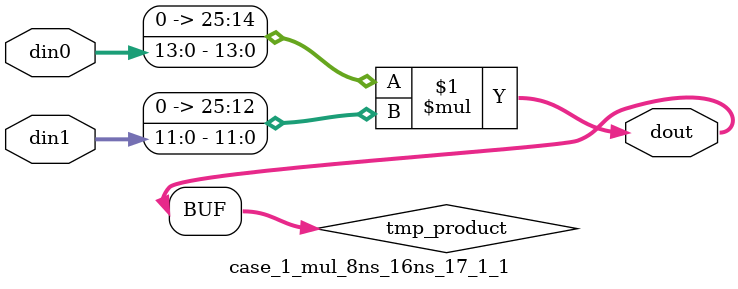
<source format=v>

`timescale 1 ns / 1 ps

 (* use_dsp = "no" *)  module case_1_mul_8ns_16ns_17_1_1(din0, din1, dout);
parameter ID = 1;
parameter NUM_STAGE = 0;
parameter din0_WIDTH = 14;
parameter din1_WIDTH = 12;
parameter dout_WIDTH = 26;

input [din0_WIDTH - 1 : 0] din0; 
input [din1_WIDTH - 1 : 0] din1; 
output [dout_WIDTH - 1 : 0] dout;

wire signed [dout_WIDTH - 1 : 0] tmp_product;
























assign tmp_product = $signed({1'b0, din0}) * $signed({1'b0, din1});











assign dout = tmp_product;





















endmodule

</source>
